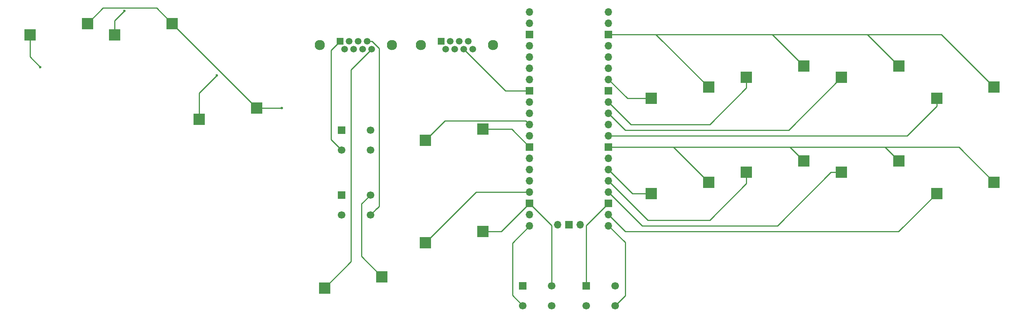
<source format=gbl>
%TF.GenerationSoftware,KiCad,Pcbnew,8.0.0*%
%TF.CreationDate,2024-03-10T17:47:14-04:00*%
%TF.ProjectId,my-split,6d792d73-706c-4697-942e-6b696361645f,rev?*%
%TF.SameCoordinates,Original*%
%TF.FileFunction,Copper,L2,Bot*%
%TF.FilePolarity,Positive*%
%FSLAX46Y46*%
G04 Gerber Fmt 4.6, Leading zero omitted, Abs format (unit mm)*
G04 Created by KiCad (PCBNEW 8.0.0) date 2024-03-10 17:47:14*
%MOMM*%
%LPD*%
G01*
G04 APERTURE LIST*
%TA.AperFunction,ComponentPad*%
%ADD10R,1.500000X1.500000*%
%TD*%
%TA.AperFunction,ComponentPad*%
%ADD11C,1.500000*%
%TD*%
%TA.AperFunction,ComponentPad*%
%ADD12C,2.300000*%
%TD*%
%TA.AperFunction,SMDPad,CuDef*%
%ADD13R,2.550000X2.500000*%
%TD*%
%TA.AperFunction,ComponentPad*%
%ADD14R,1.700000X1.700000*%
%TD*%
%TA.AperFunction,ComponentPad*%
%ADD15C,1.700000*%
%TD*%
%TA.AperFunction,ComponentPad*%
%ADD16O,1.700000X1.700000*%
%TD*%
%TA.AperFunction,ViaPad*%
%ADD17C,0.600000*%
%TD*%
%TA.AperFunction,Conductor*%
%ADD18C,0.250000*%
%TD*%
G04 APERTURE END LIST*
D10*
%TO.P,J3,1*%
%TO.N,A1 - Home - LEFT*%
X105986000Y-72657500D03*
D11*
%TO.P,J3,2*%
%TO.N,LEFT - LEFT*%
X107002000Y-74437500D03*
%TO.P,J3,3*%
%TO.N,DOWN - LEFT*%
X108018000Y-72657500D03*
%TO.P,J3,4*%
%TO.N,RIGHT - LEFT*%
X109034000Y-74437500D03*
%TO.P,J3,5*%
%TO.N,unconnected-(J3-Pad5)*%
X110050000Y-72657500D03*
%TO.P,J3,6*%
%TO.N,GND - LEFT*%
X111066000Y-74437500D03*
%TO.P,J3,7*%
%TO.N,A2 - Capture - LEFT*%
X112082000Y-72657500D03*
%TO.P,J3,8*%
%TO.N,UP - LEFT*%
X113098000Y-74437500D03*
D12*
%TO.P,J3,SH*%
%TO.N,N/C*%
X101416000Y-73547500D03*
X117676000Y-73547500D03*
%TD*%
D10*
%TO.P,J1,1*%
%TO.N,A1 - Home*%
X128694000Y-72648200D03*
D11*
%TO.P,J1,2*%
%TO.N,LEFT*%
X129710000Y-74428200D03*
%TO.P,J1,3*%
%TO.N,DOWN*%
X130726000Y-72648200D03*
%TO.P,J1,4*%
%TO.N,RIGHT*%
X131742000Y-74428200D03*
%TO.P,J1,5*%
%TO.N,unconnected-(J1-Pad5)*%
X132758000Y-72648200D03*
%TO.P,J1,6*%
%TO.N,GND*%
X133774000Y-74428200D03*
%TO.P,J1,7*%
%TO.N,A2 - Capture*%
X134790000Y-72648200D03*
%TO.P,J1,8*%
%TO.N,UP*%
X135806000Y-74428200D03*
D12*
%TO.P,J1,SH*%
%TO.N,N/C*%
X124124000Y-73538200D03*
X140384000Y-73538200D03*
%TD*%
D13*
%TO.P,MX15,1,COL*%
%TO.N,B1 - A*%
X176081500Y-106997500D03*
%TO.P,MX15,2,ROW*%
%TO.N,GND*%
X189008500Y-104457500D03*
%TD*%
%TO.P,MX3,1,COL*%
%TO.N,DOWN - LEFT*%
X55153500Y-71192500D03*
%TO.P,MX3,2,ROW*%
%TO.N,GND - LEFT*%
X68080500Y-68652500D03*
%TD*%
%TO.P,MX4,1,COL*%
%TO.N,RIGHT - LEFT*%
X74203500Y-90242500D03*
%TO.P,MX4,2,ROW*%
%TO.N,GND - LEFT*%
X87130500Y-87702500D03*
%TD*%
%TO.P,MX13,1,COL*%
%TO.N,L1 - LB*%
X218944000Y-80803750D03*
%TO.P,MX13,2,ROW*%
%TO.N,GND*%
X231871000Y-78263750D03*
%TD*%
D14*
%TO.P,TP,1,1*%
%TO.N,GND - LEFT*%
X106296000Y-107340332D03*
D15*
X112796000Y-107340332D03*
%TO.P,TP,2,2*%
%TO.N,A2 - Capture - LEFT*%
X106296000Y-111840332D03*
X112796000Y-111840332D03*
%TD*%
D14*
%TO.P,R3,1,1*%
%TO.N,GND*%
X161444000Y-127839200D03*
D15*
X167944000Y-127839200D03*
%TO.P,R3,2,2*%
%TO.N,R3 - RS*%
X161444000Y-132339200D03*
X167944000Y-132339200D03*
%TD*%
D13*
%TO.P,MX9,1,COL*%
%TO.N,B3 - X*%
X176076234Y-85566250D03*
%TO.P,MX9,2,ROW*%
%TO.N,GND*%
X189003234Y-83026250D03*
%TD*%
%TO.P,MX1,1,COL*%
%TO.N,S2 - Options*%
X125169000Y-95053700D03*
%TO.P,MX1,2,ROW*%
%TO.N,GND*%
X138096000Y-92513700D03*
%TD*%
D14*
%TO.P,PS,1,1*%
%TO.N,GND - LEFT*%
X106296000Y-92692000D03*
D15*
X112796000Y-92692000D03*
%TO.P,PS,2,2*%
%TO.N,A1 - Home - LEFT*%
X106296000Y-97192000D03*
X112796000Y-97192000D03*
%TD*%
D13*
%TO.P,MX14,1,COL*%
%TO.N,R1 - RB*%
X240375250Y-85566250D03*
%TO.P,MX14,2,ROW*%
%TO.N,GND*%
X253302250Y-83026250D03*
%TD*%
%TO.P,MX19,1,COL*%
%TO.N,UP - LEFT*%
X102461000Y-128342500D03*
%TO.P,MX19,2,ROW*%
%TO.N,GND - LEFT*%
X115388000Y-125802500D03*
%TD*%
%TO.P,MX10,1,COL*%
%TO.N,B4 - Y*%
X197512750Y-80803750D03*
%TO.P,MX10,2,ROW*%
%TO.N,GND*%
X210439750Y-78263750D03*
%TD*%
%TO.P,MX2,1,COL*%
%TO.N,LEFT - LEFT*%
X36103500Y-71192500D03*
%TO.P,MX2,2,ROW*%
%TO.N,GND - LEFT*%
X49030500Y-68652500D03*
%TD*%
%TO.P,MX5,1,COL*%
%TO.N,S1 - Share*%
X125169000Y-118149500D03*
%TO.P,MX5,2,ROW*%
%TO.N,GND*%
X138096000Y-115609500D03*
%TD*%
%TO.P,MX17,1,COL*%
%TO.N,L2 - LT*%
X218924000Y-102235000D03*
%TO.P,MX17,2,ROW*%
%TO.N,GND*%
X231851000Y-99695000D03*
%TD*%
%TO.P,MX16,1,COL*%
%TO.N,B2 - B*%
X197512750Y-102235000D03*
%TO.P,MX16,2,ROW*%
%TO.N,GND*%
X210439750Y-99695000D03*
%TD*%
D16*
%TO.P,U1,1,GPIO0*%
%TO.N,A1 - Home*%
X148639000Y-66053200D03*
%TO.P,U1,2,GPIO1*%
%TO.N,DOWN*%
X148639000Y-68593200D03*
D14*
%TO.P,U1,3,GND*%
%TO.N,GND*%
X148639000Y-71133200D03*
D16*
%TO.P,U1,4,GPIO2*%
%TO.N,A2 - Capture*%
X148639000Y-73673200D03*
%TO.P,U1,5,GPIO3*%
%TO.N,UP*%
X148639000Y-76213200D03*
%TO.P,U1,6,GPIO4*%
%TO.N,RIGHT*%
X148639000Y-78753200D03*
%TO.P,U1,7,GPIO5*%
%TO.N,LEFT*%
X148639000Y-81293200D03*
D14*
%TO.P,U1,8,GND*%
%TO.N,GND*%
X148639000Y-83833200D03*
D16*
%TO.P,U1,9,GPIO6*%
%TO.N,unconnected-(U1-GPIO6-Pad9)*%
X148639000Y-86373200D03*
%TO.P,U1,10,GPIO7*%
%TO.N,unconnected-(U1-GPIO7-Pad10)*%
X148639000Y-88913200D03*
%TO.P,U1,11,GPIO8*%
%TO.N,S2 - Options*%
X148639000Y-91453200D03*
%TO.P,U1,12,GPIO9*%
%TO.N,unconnected-(U1-GPIO9-Pad12)*%
X148639000Y-93993200D03*
D14*
%TO.P,U1,13,GND*%
%TO.N,GND*%
X148639000Y-96533200D03*
D16*
%TO.P,U1,14,GPIO10*%
%TO.N,unconnected-(U1-GPIO10-Pad14)*%
X148639000Y-99073200D03*
%TO.P,U1,15,GPIO11*%
%TO.N,unconnected-(U1-GPIO11-Pad15)*%
X148639000Y-101613200D03*
%TO.P,U1,16,GPIO12*%
%TO.N,unconnected-(U1-GPIO12-Pad16)*%
X148639000Y-104153200D03*
%TO.P,U1,17,GPIO13*%
%TO.N,S1 - Share*%
X148639000Y-106693200D03*
D14*
%TO.P,U1,18,GND*%
%TO.N,GND*%
X148639000Y-109233200D03*
D16*
%TO.P,U1,19,GPIO14*%
%TO.N,unconnected-(U1-GPIO14-Pad19)*%
X148639000Y-111773200D03*
%TO.P,U1,20,GPIO15*%
%TO.N,L3 - LS*%
X148639000Y-114313200D03*
%TO.P,U1,21,GPIO16*%
%TO.N,R3 - RS*%
X166419000Y-114313200D03*
%TO.P,U1,22,GPIO17*%
%TO.N,R2 - RT*%
X166419000Y-111773200D03*
D14*
%TO.P,U1,23,GND*%
%TO.N,GND*%
X166419000Y-109233200D03*
D16*
%TO.P,U1,24,GPIO18*%
%TO.N,L2 - LT*%
X166419000Y-106693200D03*
%TO.P,U1,25,GPIO19*%
%TO.N,B2 - B*%
X166419000Y-104153200D03*
%TO.P,U1,26,GPIO20*%
%TO.N,B1 - A*%
X166419000Y-101613200D03*
%TO.P,U1,27,GPIO21*%
%TO.N,unconnected-(U1-GPIO21-Pad27)*%
X166419000Y-99073200D03*
D14*
%TO.P,U1,28,GND*%
%TO.N,GND*%
X166419000Y-96533200D03*
D16*
%TO.P,U1,29,GPIO22*%
%TO.N,R1 - RB*%
X166419000Y-93993200D03*
%TO.P,U1,30,RUN*%
%TO.N,unconnected-(U1-RUN-Pad30)*%
X166419000Y-91453200D03*
%TO.P,U1,31,GPIO26_ADC0*%
%TO.N,L1 - LB*%
X166419000Y-88913200D03*
%TO.P,U1,32,GPIO27_ADC1*%
%TO.N,B4 - Y*%
X166419000Y-86373200D03*
D14*
%TO.P,U1,33,AGND*%
%TO.N,unconnected-(U1-AGND-Pad33)*%
X166419000Y-83833200D03*
D16*
%TO.P,U1,34,GPIO28_ADC2*%
%TO.N,B3 - X*%
X166419000Y-81293200D03*
%TO.P,U1,35,ADC_VREF*%
%TO.N,unconnected-(U1-ADC_VREF-Pad35)*%
X166419000Y-78753200D03*
%TO.P,U1,36,3V3*%
%TO.N,unconnected-(U1-3V3-Pad36)*%
X166419000Y-76213200D03*
%TO.P,U1,37,3V3_EN*%
%TO.N,unconnected-(U1-3V3_EN-Pad37)*%
X166419000Y-73673200D03*
D14*
%TO.P,U1,38,GND*%
%TO.N,GND*%
X166419000Y-71133200D03*
D16*
%TO.P,U1,39,VSYS*%
%TO.N,unconnected-(U1-VSYS-Pad39)*%
X166419000Y-68593200D03*
%TO.P,U1,40,VBUS*%
%TO.N,unconnected-(U1-VBUS-Pad40)*%
X166419000Y-66053200D03*
%TO.P,U1,41,SWCLK*%
%TO.N,unconnected-(U1-SWCLK-Pad41)*%
X154989000Y-114083200D03*
D14*
%TO.P,U1,42,GND*%
%TO.N,unconnected-(U1-GND-Pad42)*%
X157529000Y-114083200D03*
D16*
%TO.P,U1,43,SWDIO*%
%TO.N,unconnected-(U1-SWDIO-Pad43)*%
X160069000Y-114083200D03*
%TD*%
D14*
%TO.P,L3,1,1*%
%TO.N,GND*%
X147114000Y-127839200D03*
D15*
X153614000Y-127839200D03*
%TO.P,L3,2,2*%
%TO.N,L3 - LS*%
X147114000Y-132339200D03*
X153614000Y-132339200D03*
%TD*%
D13*
%TO.P,MX18,1,COL*%
%TO.N,R2 - RT*%
X240375250Y-106997500D03*
%TO.P,MX18,2,ROW*%
%TO.N,GND*%
X253302250Y-104457500D03*
%TD*%
D17*
%TO.N,DOWN - LEFT*%
X57349000Y-65795000D03*
%TO.N,RIGHT - LEFT*%
X78177000Y-80400000D03*
%TO.N,LEFT - LEFT*%
X38426000Y-78495000D03*
%TO.N,GND - LEFT*%
X92845500Y-87702500D03*
%TD*%
D18*
%TO.N,L3 - LS*%
X144780000Y-118172200D02*
X148639000Y-114313200D01*
X144780000Y-130005200D02*
X144780000Y-118172200D01*
X147114000Y-132339200D02*
X144780000Y-130005200D01*
%TO.N,GND*%
X153614000Y-114208200D02*
X153614000Y-127839200D01*
X148639000Y-109233200D02*
X153614000Y-114208200D01*
%TO.N,R3 - RS*%
X170180000Y-130103200D02*
X170180000Y-118074200D01*
X170180000Y-118074200D02*
X166419000Y-114313200D01*
X167944000Y-132339200D02*
X170180000Y-130103200D01*
%TO.N,GND*%
X161444000Y-114208200D02*
X166419000Y-109233200D01*
X161444000Y-127839200D02*
X161444000Y-114208200D01*
X166419000Y-96533200D02*
X181084200Y-96533200D01*
X181084200Y-96533200D02*
X204470000Y-96533200D01*
X189008500Y-104457500D02*
X181084200Y-96533200D01*
X207277950Y-96533200D02*
X204470000Y-96533200D01*
X138096000Y-92513700D02*
X144619500Y-92513700D01*
X231871000Y-78263750D02*
X224740450Y-71133200D01*
X231851000Y-99695000D02*
X228689200Y-96533200D01*
X144619500Y-92513700D02*
X148639000Y-96533200D01*
X224740450Y-71133200D02*
X166419000Y-71133200D01*
X133774000Y-74428200D02*
X143179000Y-83833200D01*
X138096000Y-115609500D02*
X142262700Y-115609500D01*
X210439750Y-99695000D02*
X207277950Y-96533200D01*
X228689200Y-96533200D02*
X228600000Y-96533200D01*
X241409200Y-71133200D02*
X166419000Y-71133200D01*
X245377950Y-96533200D02*
X228600000Y-96533200D01*
X189008500Y-104457500D02*
X189008500Y-103695500D01*
X189003234Y-83026250D02*
X177110184Y-71133200D01*
X253302250Y-83026250D02*
X241409200Y-71133200D01*
X177110184Y-71133200D02*
X166419000Y-71133200D01*
X253302250Y-104457500D02*
X245377950Y-96533200D01*
X210439750Y-78263750D02*
X203309200Y-71133200D01*
X228600000Y-96533200D02*
X204470000Y-96533200D01*
X143179000Y-83833200D02*
X148639000Y-83833200D01*
X203309200Y-71133200D02*
X166419000Y-71133200D01*
X142262700Y-115609500D02*
X148639000Y-109233200D01*
%TO.N,B3 - X*%
X170692050Y-85566250D02*
X166419000Y-81293200D01*
X176076234Y-85566250D02*
X170692050Y-85566250D01*
%TO.N,B4 - Y*%
X197512750Y-83157250D02*
X189230000Y-91440000D01*
X197512750Y-80803750D02*
X197512750Y-83157250D01*
X171485800Y-91440000D02*
X166419000Y-86373200D01*
X189230000Y-91440000D02*
X171485800Y-91440000D01*
X197512750Y-80803750D02*
X196422125Y-80803750D01*
%TO.N,L1 - LB*%
X207037750Y-92710000D02*
X170215800Y-92710000D01*
X218944000Y-80803750D02*
X207037750Y-92710000D01*
X218944000Y-80803750D02*
X217853375Y-80803750D01*
X170215800Y-92710000D02*
X166419000Y-88913200D01*
%TO.N,R1 - RB*%
X240375250Y-87297950D02*
X233680000Y-93993200D01*
X240375250Y-85566250D02*
X240375250Y-87297950D01*
X233680000Y-93993200D02*
X166419000Y-93993200D01*
%TO.N,B1 - A*%
X171803300Y-106997500D02*
X166419000Y-101613200D01*
X176081500Y-106997500D02*
X171803300Y-106997500D01*
%TO.N,B2 - B*%
X197512750Y-102235000D02*
X197512750Y-104747250D01*
X189230000Y-113030000D02*
X175295800Y-113030000D01*
X197512750Y-104747250D02*
X189230000Y-113030000D01*
X175295800Y-113030000D02*
X166419000Y-104153200D01*
%TO.N,R2 - RT*%
X170215800Y-115570000D02*
X166419000Y-111773200D01*
X240375250Y-106997500D02*
X231802750Y-115570000D01*
X231802750Y-115570000D02*
X170215800Y-115570000D01*
%TO.N,S1 - Share*%
X136625300Y-106693200D02*
X148639000Y-106693200D01*
X125169000Y-118149500D02*
X136625300Y-106693200D01*
%TO.N,S2 - Options*%
X148639000Y-91453200D02*
X147824500Y-90638700D01*
X129584000Y-90638700D02*
X125169000Y-95053700D01*
X147824500Y-90638700D02*
X129584000Y-90638700D01*
%TO.N,UP - LEFT*%
X108425000Y-122378500D02*
X108425000Y-79110500D01*
X108425000Y-79110500D02*
X113098000Y-74437500D01*
X102461000Y-128342500D02*
X108425000Y-122378500D01*
%TO.N,DOWN - LEFT*%
X55153500Y-71192500D02*
X55153500Y-67990500D01*
X55153500Y-67990500D02*
X57349000Y-65795000D01*
%TO.N,RIGHT - LEFT*%
X74203500Y-84373500D02*
X78177000Y-80400000D01*
X74203500Y-90242500D02*
X74203500Y-84373500D01*
%TO.N,LEFT - LEFT*%
X36103500Y-71192500D02*
X36103500Y-76172500D01*
X36103500Y-76172500D02*
X38426000Y-78495000D01*
%TO.N,GND - LEFT*%
X52513000Y-65170000D02*
X64598000Y-65170000D01*
X112796000Y-107340332D02*
X110785000Y-109351332D01*
X64598000Y-65170000D02*
X68080500Y-68652500D01*
X49030500Y-68652500D02*
X52513000Y-65170000D01*
X68080500Y-68652500D02*
X87130500Y-87702500D01*
X110785000Y-121199500D02*
X115388000Y-125802500D01*
X110785000Y-109351332D02*
X110785000Y-121199500D01*
X87130500Y-87702500D02*
X92845500Y-87702500D01*
%TO.N,A2 - Capture - LEFT*%
X114173000Y-110463332D02*
X114214868Y-110463332D01*
X114775000Y-109903200D02*
X114775000Y-74289840D01*
X114775000Y-74289840D02*
X113142660Y-72657500D01*
X114214868Y-110463332D02*
X114775000Y-109903200D01*
X113142660Y-72657500D02*
X112082000Y-72657500D01*
X112796000Y-111840332D02*
X114173000Y-110463332D01*
%TO.N,A1 - Home - LEFT*%
X105121000Y-73522500D02*
X105121000Y-73527200D01*
X105986000Y-72657500D02*
X105121000Y-73522500D01*
X103955000Y-94851000D02*
X106296000Y-97192000D01*
X103955000Y-74693200D02*
X103955000Y-94851000D01*
X105121000Y-73527200D02*
X103955000Y-74693200D01*
%TO.N,L2 - LT*%
X218924000Y-102235000D02*
X216535000Y-102235000D01*
X216535000Y-102235000D02*
X204470000Y-114300000D01*
X204470000Y-114300000D02*
X174025800Y-114300000D01*
X174025800Y-114300000D02*
X166419000Y-106693200D01*
X218924000Y-102235000D02*
X218924000Y-102355000D01*
%TD*%
M02*

</source>
